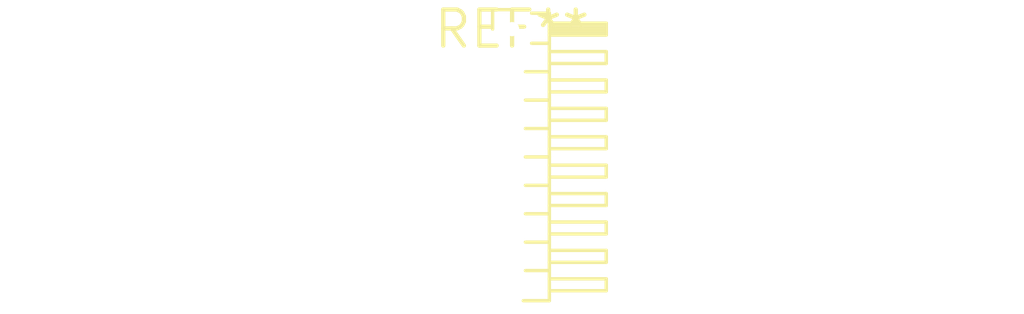
<source format=kicad_pcb>
(kicad_pcb (version 20240108) (generator pcbnew)
  (layers (0 "F.Cu" signal) (31 "B.Cu" signal) (34 "B.Paste" user) (35 "F.Paste" user) (36 "B.SilkS" user "B.Silkscreen") (37 "F.SilkS" user "F.Silkscreen") (38 "B.Mask" user) (39 "F.Mask" user) (44 "Edge.Cuts" user))
  (net 0 "")
  (footprint "PinHeader_1x10_P1.00mm_Horizontal" (layer "F.Cu") (at 0 0)
    (property "Reference" "REF**")
    (property "Value" "PinHeader_1x10_P1.00mm_Horizontal")
    (fp_line (start -0.685 -0.685) (end 0 -0.685) (layer "F.SilkS") (stroke (width 0.12)))
    (fp_line (start -0.685 0) (end -0.685 -0.685) (layer "F.SilkS") (stroke (width 0.12)))
    (fp_line (start 0.468215 1.5) (end 1.31 1.5) (layer "F.SilkS") (stroke (width 0.12)))
    (fp_line (start 0.468215 2.5) (end 1.31 2.5) (layer "F.SilkS") (stroke (width 0.12)))
    (fp_line (start 0.468215 3.5) (end 1.31 3.5) (layer "F.SilkS") (stroke (width 0.12)))
    (fp_line (start 0.468215 4.5) (end 1.31 4.5) (layer "F.SilkS") (stroke (width 0.12)))
    (fp_line (start 0.468215 5.5) (end 1.31 5.5) (layer "F.SilkS") (stroke (width 0.12)))
    (fp_line (start 0.468215 6.5) (end 1.31 6.5) (layer "F.SilkS") (stroke (width 0.12)))
    (fp_line (start 0.468215 7.5) (end 1.31 7.5) (layer "F.SilkS") (stroke (width 0.12)))
    (fp_line (start 0.468215 8.5) (end 1.31 8.5) (layer "F.SilkS") (stroke (width 0.12)))
    (fp_line (start 0.685 -0.56) (end 1.31 -0.56) (layer "F.SilkS") (stroke (width 0.12)))
    (fp_line (start 0.685 0.5) (end 1.31 0.5) (layer "F.SilkS") (stroke (width 0.12)))
    (fp_line (start 1.31 -0.56) (end 1.31 9.56) (layer "F.SilkS") (stroke (width 0.12)))
    (fp_line (start 1.31 -0.21) (end 3.31 -0.21) (layer "F.SilkS") (stroke (width 0.12)))
    (fp_line (start 1.31 -0.15) (end 3.31 -0.15) (layer "F.SilkS") (stroke (width 0.12)))
    (fp_line (start 1.31 -0.03) (end 3.31 -0.03) (layer "F.SilkS") (stroke (width 0.12)))
    (fp_line (start 1.31 0.09) (end 3.31 0.09) (layer "F.SilkS") (stroke (width 0.12)))
    (fp_line (start 1.31 0.79) (end 3.31 0.79) (layer "F.SilkS") (stroke (width 0.12)))
    (fp_line (start 1.31 1.79) (end 3.31 1.79) (layer "F.SilkS") (stroke (width 0.12)))
    (fp_line (start 1.31 2.79) (end 3.31 2.79) (layer "F.SilkS") (stroke (width 0.12)))
    (fp_line (start 1.31 3.79) (end 3.31 3.79) (layer "F.SilkS") (stroke (width 0.12)))
    (fp_line (start 1.31 4.79) (end 3.31 4.79) (layer "F.SilkS") (stroke (width 0.12)))
    (fp_line (start 1.31 5.79) (end 3.31 5.79) (layer "F.SilkS") (stroke (width 0.12)))
    (fp_line (start 1.31 6.79) (end 3.31 6.79) (layer "F.SilkS") (stroke (width 0.12)))
    (fp_line (start 1.31 7.79) (end 3.31 7.79) (layer "F.SilkS") (stroke (width 0.12)))
    (fp_line (start 1.31 8.79) (end 3.31 8.79) (layer "F.SilkS") (stroke (width 0.12)))
    (fp_line (start 1.31 9.56) (end 0.394493 9.56) (layer "F.SilkS") (stroke (width 0.12)))
    (fp_line (start 3.31 -0.21) (end 3.31 0.21) (layer "F.SilkS") (stroke (width 0.12)))
    (fp_line (start 3.31 0.21) (end 1.31 0.21) (layer "F.SilkS") (stroke (width 0.12)))
    (fp_line (start 3.31 0.79) (end 3.31 1.21) (layer "F.SilkS") (stroke (width 0.12)))
    (fp_line (start 3.31 1.21) (end 1.31 1.21) (layer "F.SilkS") (stroke (width 0.12)))
    (fp_line (start 3.31 1.79) (end 3.31 2.21) (layer "F.SilkS") (stroke (width 0.12)))
    (fp_line (start 3.31 2.21) (end 1.31 2.21) (layer "F.SilkS") (stroke (width 0.12)))
    (fp_line (start 3.31 2.79) (end 3.31 3.21) (layer "F.SilkS") (stroke (width 0.12)))
    (fp_line (start 3.31 3.21) (end 1.31 3.21) (layer "F.SilkS") (stroke (width 0.12)))
    (fp_line (start 3.31 3.79) (end 3.31 4.21) (layer "F.SilkS") (stroke (width 0.12)))
    (fp_line (start 3.31 4.21) (end 1.31 4.21) (layer "F.SilkS") (stroke (width 0.12)))
    (fp_line (start 3.31 4.79) (end 3.31 5.21) (layer "F.SilkS") (stroke (width 0.12)))
    (fp_line (start 3.31 5.21) (end 1.31 5.21) (layer "F.SilkS") (stroke (width 0.12)))
    (fp_line (start 3.31 5.79) (end 3.31 6.21) (layer "F.SilkS") (stroke (width 0.12)))
    (fp_line (start 3.31 6.21) (end 1.31 6.21) (layer "F.SilkS") (stroke (width 0.12)))
    (fp_line (start 3.31 6.79) (end 3.31 7.21) (layer "F.SilkS") (stroke (width 0.12)))
    (fp_line (start 3.31 7.21) (end 1.31 7.21) (layer "F.SilkS") (stroke (width 0.12)))
    (fp_line (start 3.31 7.79) (end 3.31 8.21) (layer "F.SilkS") (stroke (width 0.12)))
    (fp_line (start 3.31 8.21) (end 1.31 8.21) (layer "F.SilkS") (stroke (width 0.12)))
    (fp_line (start 3.31 8.79) (end 3.31 9.21) (layer "F.SilkS") (stroke (width 0.12)))
    (fp_line (start 3.31 9.21) (end 1.31 9.21) (layer "F.SilkS") (stroke (width 0.12)))
    (pad "1" thru_hole rect (at 0 0) (size 0.85 0.85) (drill 0.5) (layers *.Cu *.Mask) (remove_unused_layers))
    (pad "2" thru_hole oval (at 0 1) (size 0.85 0.85) (drill 0.5) (layers *.Cu *.Mask) (remove_unused_layers))
    (pad "3" thru_hole oval (at 0 2) (size 0.85 0.85) (drill 0.5) (layers *.Cu *.Mask) (remove_unused_layers))
    (pad "4" thru_hole oval (at 0 3) (size 0.85 0.85) (drill 0.5) (layers *.Cu *.Mask) (remove_unused_layers))
    (pad "5" thru_hole oval (at 0 4) (size 0.85 0.85) (drill 0.5) (layers *.Cu *.Mask) (remove_unused_layers))
    (pad "6" thru_hole oval (at 0 5) (size 0.85 0.85) (drill 0.5) (layers *.Cu *.Mask) (remove_unused_layers))
    (pad "7" thru_hole oval (at 0 6) (size 0.85 0.85) (drill 0.5) (layers *.Cu *.Mask) (remove_unused_layers))
    (pad "8" thru_hole oval (at 0 7) (size 0.85 0.85) (drill 0.5) (layers *.Cu *.Mask) (remove_unused_layers))
    (pad "9" thru_hole oval (at 0 8) (size 0.85 0.85) (drill 0.5) (layers *.Cu *.Mask) (remove_unused_layers))
    (pad "10" thru_hole oval (at 0 9) (size 0.85 0.85) (drill 0.5) (layers *.Cu *.Mask) (remove_unused_layers))
  )
)
</source>
